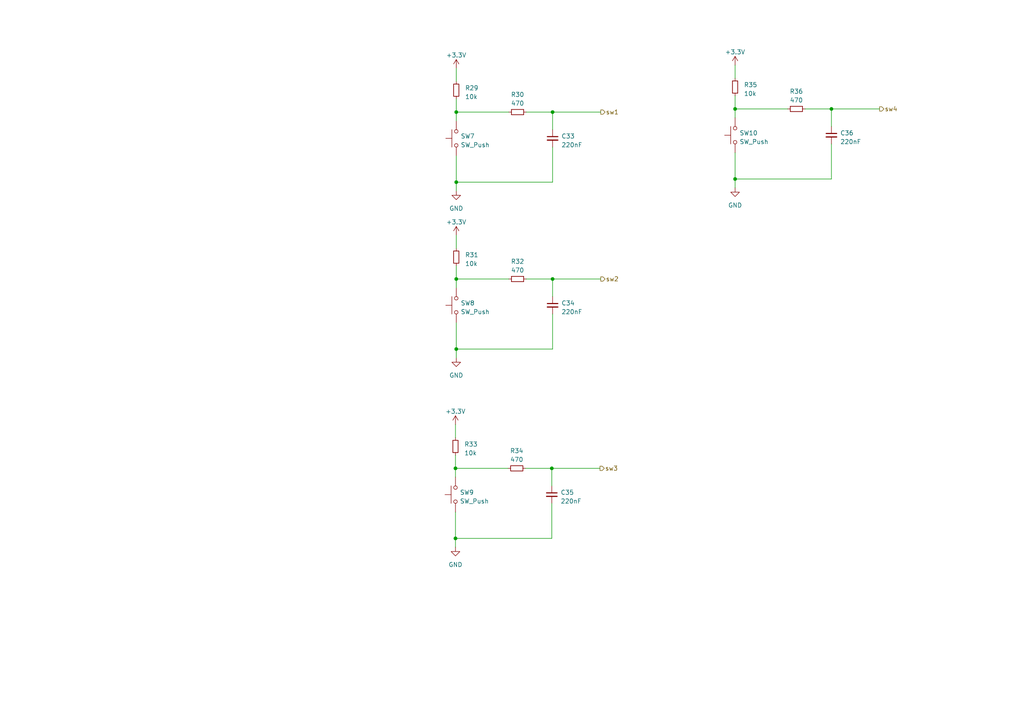
<source format=kicad_sch>
(kicad_sch (version 20230121) (generator eeschema)
  (paper "A4")
  (lib_symbols
    (symbol "Device:C_Small" (pin_numbers hide) (pin_names (offset 0.254) hide)
      (property "Reference" "C" (at 0.254 1.778 0))
      (property "Value" "C_Small" (at 0.254 -2.032 0))
      (symbol "C_Small_0_1"
        (polyline (pts (xy -1.524 -0.508) (xy 1.524 -0.508)) (stroke (width 0.3302)))
        (polyline (pts (xy -1.524 0.508) (xy 1.524 0.508)) (stroke (width 0.3048)))
      )
      (symbol "C_Small_1_1"
        (pin passive line (at 0 2.54 270) (length 2.032) (name "~") (number "1"))
        (pin passive line (at 0 -2.54 90) (length 2.032) (name "~") (number "2"))
      )
    )
    (symbol "Device:R_Small" (pin_numbers hide) (pin_names (offset 0.254) hide)
      (property "Reference" "R" (at 0.762 0.508 0))
      (property "Value" "R_Small" (at 0.762 -1.016 0))
      (symbol "R_Small_0_1"
        (rectangle (start -0.762 1.778) (end 0.762 -1.778) (stroke (width 0.2032)))
      )
      (symbol "R_Small_1_1"
        (pin passive line (at 0 2.54 270) (length 0.762) (name "~") (number "1"))
        (pin passive line (at 0 -2.54 90) (length 0.762) (name "~") (number "2"))
      )
    )
    (symbol "Switch:SW_Push" (pin_numbers hide) (pin_names (offset 1.016) hide)
      (property "Reference" "SW" (at 1.27 2.54 0))
      (property "Value" "SW_Push" (at 0 -1.524 0))
      (symbol "SW_Push_0_1"
        (circle (center -2.032 0) (radius 0.508))
        (polyline (pts (xy 0 1.27) (xy 0 3.048)))
        (polyline (pts (xy 2.54 1.27) (xy -2.54 1.27)))
        (circle (center 2.032 0) (radius 0.508))
        (pin passive line (at -5.08 0 0) (length 2.54) (name "1") (number "1"))
        (pin passive line (at 5.08 0 180) (length 2.54) (name "2") (number "2"))
      )
    )
    (symbol "power:+3.3V" (power) (pin_names (offset 0))
      (property "Value" "+3.3V" (at 0 3.556 0))
      (symbol "+3.3V_0_1"
        (polyline (pts (xy -0.762 1.27) (xy 0 2.54)))
        (polyline (pts (xy 0 0) (xy 0 2.54)))
        (polyline (pts (xy 0 2.54) (xy 0.762 1.27)))
      )
      (symbol "+3.3V_1_1"
        (pin power_in line (at 0 0 90) (length 0) hide (name "+3.3V") (number "1"))
      )
    )
    (symbol "power:GND" (power) (pin_names (offset 0))
      (property "Value" "GND" (at 0 -3.81 0))
      (symbol "GND_0_1"
        (polyline (pts (xy 0 0) (xy 0 -1.27) (xy 1.27 -1.27) (xy 0 -2.54) (xy -1.27 -1.27) (xy 0 -1.27)))
      )
      (symbol "GND_1_1"
        (pin power_in line (at 0 0 270) (length 0) hide (name "GND") (number "1"))
      )
    )
  )
  (junction (at 132.334 32.512))
  (junction (at 241.1476 31.5976))
  (junction (at 160.274 80.9244))
  (junction (at 132.334 101.2444))
  (junction (at 132.1054 156.1592))
  (junction (at 132.334 52.832))
  (junction (at 213.2076 31.5976))
  (junction (at 160.0454 135.8392))
  (junction (at 132.334 80.9244))
  (junction (at 160.274 32.512))
  (junction (at 132.1054 135.8392))
  (junction (at 213.2076 51.9176))
  (wire (pts (xy 160.0454 145.9992) (xy 160.0454 156.1592)))
  (wire (pts (xy 213.2076 54.4576) (xy 213.2076 51.9176)))
  (wire (pts (xy 213.2076 18.8976) (xy 213.2076 22.7076)))
  (wire (pts (xy 132.334 28.702) (xy 132.334 32.512)))
  (wire (pts (xy 160.274 80.9244) (xy 160.274 86.0044)))
  (wire (pts (xy 233.5276 31.5976) (xy 241.1476 31.5976)))
  (wire (pts (xy 160.274 101.2444) (xy 132.334 101.2444)))
  (wire (pts (xy 160.0454 135.8392) (xy 160.0454 140.9192)))
  (wire (pts (xy 132.1054 123.1392) (xy 132.1054 126.9492)))
  (wire (pts (xy 241.1476 31.5976) (xy 255.1176 31.5976)))
  (wire (pts (xy 132.334 68.2244) (xy 132.334 72.0344)))
  (wire (pts (xy 160.0454 156.1592) (xy 132.1054 156.1592)))
  (wire (pts (xy 160.274 32.512) (xy 160.274 37.592)))
  (wire (pts (xy 241.1476 41.7576) (xy 241.1476 51.9176)))
  (wire (pts (xy 132.1054 156.1592) (xy 132.1054 148.5392)))
  (wire (pts (xy 132.334 101.2444) (xy 132.334 93.6244)))
  (wire (pts (xy 132.334 19.812) (xy 132.334 23.622)))
  (wire (pts (xy 160.274 52.832) (xy 132.334 52.832)))
  (wire (pts (xy 132.334 32.512) (xy 147.574 32.512)))
  (wire (pts (xy 152.4254 135.8392) (xy 160.0454 135.8392)))
  (wire (pts (xy 132.334 103.7844) (xy 132.334 101.2444)))
  (wire (pts (xy 213.2076 31.5976) (xy 228.4476 31.5976)))
  (wire (pts (xy 132.1054 132.0292) (xy 132.1054 135.8392)))
  (wire (pts (xy 213.2076 27.7876) (xy 213.2076 31.5976)))
  (wire (pts (xy 152.654 32.512) (xy 160.274 32.512)))
  (wire (pts (xy 132.334 55.372) (xy 132.334 52.832)))
  (wire (pts (xy 160.0454 135.8392) (xy 174.0154 135.8392)))
  (wire (pts (xy 132.334 77.1144) (xy 132.334 80.9244)))
  (wire (pts (xy 132.1054 135.8392) (xy 147.3454 135.8392)))
  (wire (pts (xy 241.1476 51.9176) (xy 213.2076 51.9176)))
  (wire (pts (xy 132.334 80.9244) (xy 132.334 83.4644)))
  (wire (pts (xy 160.274 91.0844) (xy 160.274 101.2444)))
  (wire (pts (xy 160.274 42.672) (xy 160.274 52.832)))
  (wire (pts (xy 132.1054 158.6992) (xy 132.1054 156.1592)))
  (wire (pts (xy 132.1054 135.8392) (xy 132.1054 138.3792)))
  (wire (pts (xy 213.2076 31.5976) (xy 213.2076 34.1376)))
  (wire (pts (xy 132.334 80.9244) (xy 147.574 80.9244)))
  (wire (pts (xy 160.274 32.512) (xy 174.244 32.512)))
  (wire (pts (xy 213.2076 51.9176) (xy 213.2076 44.2976)))
  (wire (pts (xy 132.334 52.832) (xy 132.334 45.212)))
  (wire (pts (xy 241.1476 31.5976) (xy 241.1476 36.6776)))
  (wire (pts (xy 152.654 80.9244) (xy 160.274 80.9244)))
  (wire (pts (xy 160.274 80.9244) (xy 174.244 80.9244)))
  (wire (pts (xy 132.334 32.512) (xy 132.334 35.052)))
  (hierarchical_label "sw3" (shape output) (at 174.0154 135.8392 0))
  (hierarchical_label "sw2" (shape output) (at 174.244 80.9244 0))
  (hierarchical_label "sw1" (shape output) (at 174.244 32.512 0))
  (hierarchical_label "sw4" (shape output) (at 255.1176 31.5976 0))
  (symbol (lib_id "Device:R_Small") (at 132.334 74.5744 0) (unit 1)
    (property "Reference" "R31" (at 134.874 73.9394 0) (effects (justify left)))
    (property "Value" "10k" (at 134.874 76.4794 0) (effects (justify left)))
    (property "Footprint" "Resistor_SMD:R_0603_1608Metric" (effects hide))
  )
  (symbol (lib_id "Device:R_Small") (at 132.1054 129.4892 0) (unit 1)
    (property "Reference" "R33" (at 134.6454 128.8542 0) (effects (justify left)))
    (property "Value" "10k" (at 134.6454 131.3942 0) (effects (justify left)))
    (property "Footprint" "Resistor_SMD:R_0603_1608Metric" (effects hide))
  )
  (symbol (lib_id "Device:R_Small") (at 150.114 32.512 90) (unit 1)
    (property "Reference" "R30" (at 150.114 27.432 90))
    (property "Value" "470" (at 150.114 29.972 90))
    (property "Footprint" "Resistor_SMD:R_0603_1608Metric" (effects hide))
  )
  (symbol (lib_id "Device:R_Small") (at 213.2076 25.2476 0) (unit 1)
    (property "Reference" "R35" (at 215.7476 24.6126 0) (effects (justify left)))
    (property "Value" "10k" (at 215.7476 27.1526 0) (effects (justify left)))
    (property "Footprint" "Resistor_SMD:R_0603_1608Metric" (effects hide))
  )
  (symbol (lib_id "power:+3.3V") (at 213.2076 18.8976 0) (unit 1)
    (property "Reference" "#PWR043" (effects hide))
    (property "Value" "+3.3V" (at 213.2076 15.0876 0))
  )
  (symbol (lib_id "Device:R_Small") (at 149.8854 135.8392 90) (unit 1)
    (property "Reference" "R34" (at 149.8854 130.7592 90))
    (property "Value" "470" (at 149.8854 133.2992 90))
    (property "Footprint" "Resistor_SMD:R_0603_1608Metric" (effects hide))
  )
  (symbol (lib_id "power:GND") (at 132.1054 158.6992 0) (unit 1)
    (property "Reference" "#PWR042" (effects hide))
    (property "Value" "GND" (at 132.1054 163.7792 0))
  )
  (symbol (lib_id "power:+3.3V") (at 132.334 68.2244 0) (unit 1)
    (property "Reference" "#PWR039" (effects hide))
    (property "Value" "+3.3V" (at 132.334 64.4144 0))
  )
  (symbol (lib_id "Device:R_Small") (at 132.334 26.162 0) (unit 1)
    (property "Reference" "R29" (at 134.874 25.527 0) (effects (justify left)))
    (property "Value" "10k" (at 134.874 28.067 0) (effects (justify left)))
    (property "Footprint" "Resistor_SMD:R_0603_1608Metric" (effects hide))
  )
  (symbol (lib_id "Device:R_Small") (at 150.114 80.9244 90) (unit 1)
    (property "Reference" "R32" (at 150.114 75.8444 90))
    (property "Value" "470" (at 150.114 78.3844 90))
    (property "Footprint" "Resistor_SMD:R_0603_1608Metric" (effects hide))
  )
  (symbol (lib_id "power:GND") (at 132.334 103.7844 0) (unit 1)
    (property "Reference" "#PWR040" (effects hide))
    (property "Value" "GND" (at 132.334 108.8644 0))
  )
  (symbol (lib_id "power:GND") (at 132.334 55.372 0) (unit 1)
    (property "Reference" "#PWR038" (effects hide))
    (property "Value" "GND" (at 132.334 60.452 0))
  )
  (symbol (lib_id "Device:C_Small") (at 160.0454 143.4592 0) (unit 1)
    (property "Reference" "C35" (at 162.5854 142.8305 0) (effects (justify left)))
    (property "Value" "220nF" (at 162.5854 145.3705 0) (effects (justify left)))
    (property "Footprint" "Capacitor_SMD:C_0603_1608Metric" (effects hide))
  )
  (symbol (lib_id "Switch:SW_Push") (at 213.2076 39.2176 90) (unit 1)
    (property "Reference" "SW10" (at 214.4776 38.5826 90) (effects (justify right)))
    (property "Value" "SW_Push" (at 214.4776 41.1226 90) (effects (justify right)))
    (property "Footprint" "Connector_JST:JST_XH_S2B-XH-A_1x02_P2.50mm_Horizontal" (effects hide))
  )
  (symbol (lib_id "Device:C_Small") (at 160.274 88.5444 0) (unit 1)
    (property "Reference" "C34" (at 162.814 87.9157 0) (effects (justify left)))
    (property "Value" "220nF" (at 162.814 90.4557 0) (effects (justify left)))
    (property "Footprint" "Capacitor_SMD:C_0603_1608Metric" (effects hide))
  )
  (symbol (lib_id "Switch:SW_Push") (at 132.1054 143.4592 90) (unit 1)
    (property "Reference" "SW9" (at 133.3754 142.8242 90) (effects (justify right)))
    (property "Value" "SW_Push" (at 133.3754 145.3642 90) (effects (justify right)))
    (property "Footprint" "Connector_JST:JST_XH_S2B-XH-A_1x02_P2.50mm_Horizontal" (effects hide))
  )
  (symbol (lib_id "power:GND") (at 213.2076 54.4576 0) (unit 1)
    (property "Reference" "#PWR044" (effects hide))
    (property "Value" "GND" (at 213.2076 59.5376 0))
  )
  (symbol (lib_id "Device:C_Small") (at 160.274 40.132 0) (unit 1)
    (property "Reference" "C33" (at 162.814 39.5033 0) (effects (justify left)))
    (property "Value" "220nF" (at 162.814 42.0433 0) (effects (justify left)))
    (property "Footprint" "Capacitor_SMD:C_0603_1608Metric" (effects hide))
  )
  (symbol (lib_id "power:+3.3V") (at 132.334 19.812 0) (unit 1)
    (property "Reference" "#PWR037" (effects hide))
    (property "Value" "+3.3V" (at 132.334 16.002 0))
  )
  (symbol (lib_id "Switch:SW_Push") (at 132.334 88.5444 90) (unit 1)
    (property "Reference" "SW8" (at 133.604 87.9094 90) (effects (justify right)))
    (property "Value" "SW_Push" (at 133.604 90.4494 90) (effects (justify right)))
    (property "Footprint" "Connector_JST:JST_XH_S2B-XH-A_1x02_P2.50mm_Horizontal" (effects hide))
  )
  (symbol (lib_id "Switch:SW_Push") (at 132.334 40.132 90) (unit 1)
    (property "Reference" "SW7" (at 133.604 39.497 90) (effects (justify right)))
    (property "Value" "SW_Push" (at 133.604 42.037 90) (effects (justify right)))
    (property "Footprint" "Connector_JST:JST_XH_S2B-XH-A_1x02_P2.50mm_Horizontal" (effects hide))
  )
  (symbol (lib_id "Device:C_Small") (at 241.1476 39.2176 0) (unit 1)
    (property "Reference" "C36" (at 243.6876 38.5889 0) (effects (justify left)))
    (property "Value" "220nF" (at 243.6876 41.1289 0) (effects (justify left)))
    (property "Footprint" "Capacitor_SMD:C_0603_1608Metric" (effects hide))
  )
  (symbol (lib_id "Device:R_Small") (at 230.9876 31.5976 90) (unit 1)
    (property "Reference" "R36" (at 230.9876 26.5176 90))
    (property "Value" "470" (at 230.9876 29.0576 90))
    (property "Footprint" "Resistor_SMD:R_0603_1608Metric" (effects hide))
  )
  (symbol (lib_id "power:+3.3V") (at 132.1054 123.1392 0) (unit 1)
    (property "Reference" "#PWR041" (effects hide))
    (property "Value" "+3.3V" (at 132.1054 119.3292 0))
  )
)
</source>
